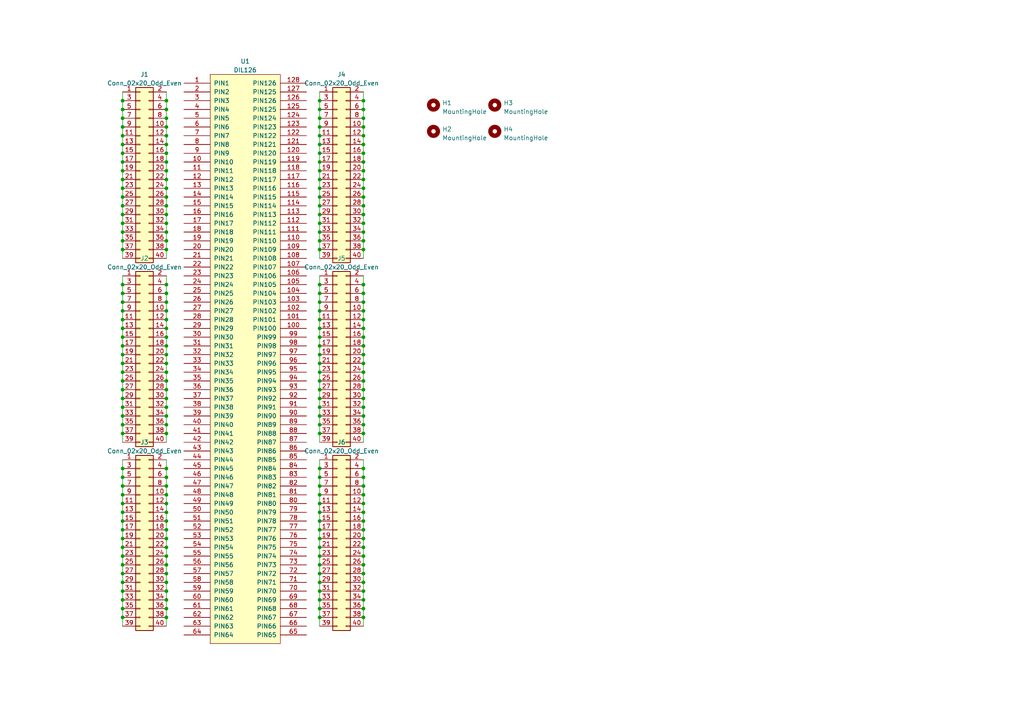
<source format=kicad_sch>
(kicad_sch (version 20230121) (generator eeschema)
  (paper "A4")
  (lib_symbols
    (symbol "Connector_Generic:Conn_02x20_Odd_Even" (pin_names (offset 1.016) hide)
      (property "Reference" "J" (at 1.27 25.4 0))
      (property "Value" "Conn_02x20_Odd_Even" (at 1.27 -27.94 0))
      (symbol "Conn_02x20_Odd_Even_1_1"
        (rectangle (start -1.27 -25.273) (end 0 -25.527) (stroke (width 0.1524)))
        (rectangle (start -1.27 -22.733) (end 0 -22.987) (stroke (width 0.1524)))
        (rectangle (start -1.27 -20.193) (end 0 -20.447) (stroke (width 0.1524)))
        (rectangle (start -1.27 -17.653) (end 0 -17.907) (stroke (width 0.1524)))
        (rectangle (start -1.27 -15.113) (end 0 -15.367) (stroke (width 0.1524)))
        (rectangle (start -1.27 -12.573) (end 0 -12.827) (stroke (width 0.1524)))
        (rectangle (start -1.27 -10.033) (end 0 -10.287) (stroke (width 0.1524)))
        (rectangle (start -1.27 -7.493) (end 0 -7.747) (stroke (width 0.1524)))
        (rectangle (start -1.27 -4.953) (end 0 -5.207) (stroke (width 0.1524)))
        (rectangle (start -1.27 -2.413) (end 0 -2.667) (stroke (width 0.1524)))
        (rectangle (start -1.27 0.127) (end 0 -0.127) (stroke (width 0.1524)))
        (rectangle (start -1.27 2.667) (end 0 2.413) (stroke (width 0.1524)))
        (rectangle (start -1.27 5.207) (end 0 4.953) (stroke (width 0.1524)))
        (rectangle (start -1.27 7.747) (end 0 7.493) (stroke (width 0.1524)))
        (rectangle (start -1.27 10.287) (end 0 10.033) (stroke (width 0.1524)))
        (rectangle (start -1.27 12.827) (end 0 12.573) (stroke (width 0.1524)))
        (rectangle (start -1.27 15.367) (end 0 15.113) (stroke (width 0.1524)))
        (rectangle (start -1.27 17.907) (end 0 17.653) (stroke (width 0.1524)))
        (rectangle (start -1.27 20.447) (end 0 20.193) (stroke (width 0.1524)))
        (rectangle (start -1.27 22.987) (end 0 22.733) (stroke (width 0.1524)))
        (rectangle (start -1.27 24.13) (end 3.81 -26.67) (stroke (width 0.254)) (fill (type background)))
        (rectangle (start 3.81 -25.273) (end 2.54 -25.527) (stroke (width 0.1524)))
        (rectangle (start 3.81 -22.733) (end 2.54 -22.987) (stroke (width 0.1524)))
        (rectangle (start 3.81 -20.193) (end 2.54 -20.447) (stroke (width 0.1524)))
        (rectangle (start 3.81 -17.653) (end 2.54 -17.907) (stroke (width 0.1524)))
        (rectangle (start 3.81 -15.113) (end 2.54 -15.367) (stroke (width 0.1524)))
        (rectangle (start 3.81 -12.573) (end 2.54 -12.827) (stroke (width 0.1524)))
        (rectangle (start 3.81 -10.033) (end 2.54 -10.287) (stroke (width 0.1524)))
        (rectangle (start 3.81 -7.493) (end 2.54 -7.747) (stroke (width 0.1524)))
        (rectangle (start 3.81 -4.953) (end 2.54 -5.207) (stroke (width 0.1524)))
        (rectangle (start 3.81 -2.413) (end 2.54 -2.667) (stroke (width 0.1524)))
        (rectangle (start 3.81 0.127) (end 2.54 -0.127) (stroke (width 0.1524)))
        (rectangle (start 3.81 2.667) (end 2.54 2.413) (stroke (width 0.1524)))
        (rectangle (start 3.81 5.207) (end 2.54 4.953) (stroke (width 0.1524)))
        (rectangle (start 3.81 7.747) (end 2.54 7.493) (stroke (width 0.1524)))
        (rectangle (start 3.81 10.287) (end 2.54 10.033) (stroke (width 0.1524)))
        (rectangle (start 3.81 12.827) (end 2.54 12.573) (stroke (width 0.1524)))
        (rectangle (start 3.81 15.367) (end 2.54 15.113) (stroke (width 0.1524)))
        (rectangle (start 3.81 17.907) (end 2.54 17.653) (stroke (width 0.1524)))
        (rectangle (start 3.81 20.447) (end 2.54 20.193) (stroke (width 0.1524)))
        (rectangle (start 3.81 22.987) (end 2.54 22.733) (stroke (width 0.1524)))
        (pin passive line (at -5.08 22.86 0) (length 3.81) (name "Pin_1") (number "1"))
        (pin passive line (at 7.62 12.7 180) (length 3.81) (name "Pin_10") (number "10"))
        (pin passive line (at -5.08 10.16 0) (length 3.81) (name "Pin_11") (number "11"))
        (pin passive line (at 7.62 10.16 180) (length 3.81) (name "Pin_12") (number "12"))
        (pin passive line (at -5.08 7.62 0) (length 3.81) (name "Pin_13") (number "13"))
        (pin passive line (at 7.62 7.62 180) (length 3.81) (name "Pin_14") (number "14"))
        (pin passive line (at -5.08 5.08 0) (length 3.81) (name "Pin_15") (number "15"))
        (pin passive line (at 7.62 5.08 180) (length 3.81) (name "Pin_16") (number "16"))
        (pin passive line (at -5.08 2.54 0) (length 3.81) (name "Pin_17") (number "17"))
        (pin passive line (at 7.62 2.54 180) (length 3.81) (name "Pin_18") (number "18"))
        (pin passive line (at -5.08 0 0) (length 3.81) (name "Pin_19") (number "19"))
        (pin passive line (at 7.62 22.86 180) (length 3.81) (name "Pin_2") (number "2"))
        (pin passive line (at 7.62 0 180) (length 3.81) (name "Pin_20") (number "20"))
        (pin passive line (at -5.08 -2.54 0) (length 3.81) (name "Pin_21") (number "21"))
        (pin passive line (at 7.62 -2.54 180) (length 3.81) (name "Pin_22") (number "22"))
        (pin passive line (at -5.08 -5.08 0) (length 3.81) (name "Pin_23") (number "23"))
        (pin passive line (at 7.62 -5.08 180) (length 3.81) (name "Pin_24") (number "24"))
        (pin passive line (at -5.08 -7.62 0) (length 3.81) (name "Pin_25") (number "25"))
        (pin passive line (at 7.62 -7.62 180) (length 3.81) (name "Pin_26") (number "26"))
        (pin passive line (at -5.08 -10.16 0) (length 3.81) (name "Pin_27") (number "27"))
        (pin passive line (at 7.62 -10.16 180) (length 3.81) (name "Pin_28") (number "28"))
        (pin passive line (at -5.08 -12.7 0) (length 3.81) (name "Pin_29") (number "29"))
        (pin passive line (at -5.08 20.32 0) (length 3.81) (name "Pin_3") (number "3"))
        (pin passive line (at 7.62 -12.7 180) (length 3.81) (name "Pin_30") (number "30"))
        (pin passive line (at -5.08 -15.24 0) (length 3.81) (name "Pin_31") (number "31"))
        (pin passive line (at 7.62 -15.24 180) (length 3.81) (name "Pin_32") (number "32"))
        (pin passive line (at -5.08 -17.78 0) (length 3.81) (name "Pin_33") (number "33"))
        (pin passive line (at 7.62 -17.78 180) (length 3.81) (name "Pin_34") (number "34"))
        (pin passive line (at -5.08 -20.32 0) (length 3.81) (name "Pin_35") (number "35"))
        (pin passive line (at 7.62 -20.32 180) (length 3.81) (name "Pin_36") (number "36"))
        (pin passive line (at -5.08 -22.86 0) (length 3.81) (name "Pin_37") (number "37"))
        (pin passive line (at 7.62 -22.86 180) (length 3.81) (name "Pin_38") (number "38"))
        (pin passive line (at -5.08 -25.4 0) (length 3.81) (name "Pin_39") (number "39"))
        (pin passive line (at 7.62 20.32 180) (length 3.81) (name "Pin_4") (number "4"))
        (pin passive line (at 7.62 -25.4 180) (length 3.81) (name "Pin_40") (number "40"))
        (pin passive line (at -5.08 17.78 0) (length 3.81) (name "Pin_5") (number "5"))
        (pin passive line (at 7.62 17.78 180) (length 3.81) (name "Pin_6") (number "6"))
        (pin passive line (at -5.08 15.24 0) (length 3.81) (name "Pin_7") (number "7"))
        (pin passive line (at 7.62 15.24 180) (length 3.81) (name "Pin_8") (number "8"))
        (pin passive line (at -5.08 12.7 0) (length 3.81) (name "Pin_9") (number "9"))
      )
    )
    (symbol "GenericICs:DIL128" (pin_names (offset 1.016))
      (property "Reference" "U" (at 0 -2.54 0))
      (property "Value" "DIL128" (at 0 2.54 0))
      (symbol "DIL128_1_0"
        (rectangle (start -10.16 81.28) (end 10.16 -83.82) (fill (type background)))
      )
      (symbol "DIL128_1_1"
        (pin unspecified line (at -17.78 78.74 0) (length 7.62) (name "PIN1") (number "1"))
        (pin unspecified line (at -17.78 55.88 0) (length 7.62) (name "PIN10") (number "10"))
        (pin unspecified line (at 17.78 7.62 180) (length 7.62) (name "PIN100") (number "100"))
        (pin unspecified line (at 17.78 10.16 180) (length 7.62) (name "PIN101") (number "101"))
        (pin unspecified line (at 17.78 12.7 180) (length 7.62) (name "PIN102") (number "102"))
        (pin unspecified line (at 17.78 15.24 180) (length 7.62) (name "PIN103") (number "103"))
        (pin unspecified line (at 17.78 17.78 180) (length 7.62) (name "PIN104") (number "104"))
        (pin unspecified line (at 17.78 20.32 180) (length 7.62) (name "PIN105") (number "105"))
        (pin unspecified line (at 17.78 22.86 180) (length 7.62) (name "PIN106") (number "106"))
        (pin unspecified line (at 17.78 25.4 180) (length 7.62) (name "PIN107") (number "107"))
        (pin unspecified line (at 17.78 27.94 180) (length 7.62) (name "PIN108") (number "108"))
        (pin unspecified line (at 17.78 30.48 180) (length 7.62) (name "PIN109") (number "109"))
        (pin unspecified line (at -17.78 53.34 0) (length 7.62) (name "PIN11") (number "11"))
        (pin unspecified line (at 17.78 33.02 180) (length 7.62) (name "PIN110") (number "110"))
        (pin unspecified line (at 17.78 35.56 180) (length 7.62) (name "PIN111") (number "111"))
        (pin unspecified line (at 17.78 38.1 180) (length 7.62) (name "PIN112") (number "112"))
        (pin unspecified line (at 17.78 40.64 180) (length 7.62) (name "PIN113") (number "113"))
        (pin unspecified line (at 17.78 43.18 180) (length 7.62) (name "PIN114") (number "114"))
        (pin unspecified line (at 17.78 45.72 180) (length 7.62) (name "PIN115") (number "115"))
        (pin unspecified line (at 17.78 48.26 180) (length 7.62) (name "PIN116") (number "116"))
        (pin unspecified line (at 17.78 50.8 180) (length 7.62) (name "PIN117") (number "117"))
        (pin unspecified line (at 17.78 53.34 180) (length 7.62) (name "PIN118") (number "118"))
        (pin unspecified line (at 17.78 55.88 180) (length 7.62) (name "PIN119") (number "119"))
        (pin unspecified line (at -17.78 50.8 0) (length 7.62) (name "PIN12") (number "12"))
        (pin unspecified line (at 17.78 58.42 180) (length 7.62) (name "PIN120") (number "120"))
        (pin unspecified line (at 17.78 60.96 180) (length 7.62) (name "PIN121") (number "121"))
        (pin unspecified line (at 17.78 63.5 180) (length 7.62) (name "PIN122") (number "122"))
        (pin unspecified line (at 17.78 66.04 180) (length 7.62) (name "PIN123") (number "123"))
        (pin unspecified line (at 17.78 68.58 180) (length 7.62) (name "PIN124") (number "124"))
        (pin unspecified line (at 17.78 71.12 180) (length 7.62) (name "PIN125") (number "125"))
        (pin unspecified line (at 17.78 73.66 180) (length 7.62) (name "PIN126") (number "126"))
        (pin unspecified line (at 17.78 76.2 180) (length 7.62) (name "PIN125") (number "127"))
        (pin unspecified line (at 17.78 78.74 180) (length 7.62) (name "PIN126") (number "128"))
        (pin unspecified line (at -17.78 48.26 0) (length 7.62) (name "PIN13") (number "13"))
        (pin unspecified line (at -17.78 45.72 0) (length 7.62) (name "PIN14") (number "14"))
        (pin unspecified line (at -17.78 43.18 0) (length 7.62) (name "PIN15") (number "15"))
        (pin unspecified line (at -17.78 40.64 0) (length 7.62) (name "PIN16") (number "16"))
        (pin unspecified line (at -17.78 38.1 0) (length 7.62) (name "PIN17") (number "17"))
        (pin unspecified line (at -17.78 35.56 0) (length 7.62) (name "PIN18") (number "18"))
        (pin unspecified line (at -17.78 33.02 0) (length 7.62) (name "PIN19") (number "19"))
        (pin unspecified line (at -17.78 76.2 0) (length 7.62) (name "PIN2") (number "2"))
        (pin unspecified line (at -17.78 30.48 0) (length 7.62) (name "PIN20") (number "20"))
        (pin unspecified line (at -17.78 27.94 0) (length 7.62) (name "PIN21") (number "21"))
        (pin unspecified line (at -17.78 25.4 0) (length 7.62) (name "PIN22") (number "22"))
        (pin unspecified line (at -17.78 22.86 0) (length 7.62) (name "PIN23") (number "23"))
        (pin unspecified line (at -17.78 20.32 0) (length 7.62) (name "PIN24") (number "24"))
        (pin unspecified line (at -17.78 17.78 0) (length 7.62) (name "PIN25") (number "25"))
        (pin unspecified line (at -17.78 15.24 0) (length 7.62) (name "PIN26") (number "26"))
        (pin unspecified line (at -17.78 12.7 0) (length 7.62) (name "PIN27") (number "27"))
        (pin unspecified line (at -17.78 10.16 0) (length 7.62) (name "PIN28") (number "28"))
        (pin unspecified line (at -17.78 7.62 0) (length 7.62) (name "PIN29") (number "29"))
        (pin unspecified line (at -17.78 73.66 0) (length 7.62) (name "PIN3") (number "3"))
        (pin unspecified line (at -17.78 5.08 0) (length 7.62) (name "PIN30") (number "30"))
        (pin unspecified line (at -17.78 2.54 0) (length 7.62) (name "PIN31") (number "31"))
        (pin unspecified line (at -17.78 0 0) (length 7.62) (name "PIN32") (number "32"))
        (pin unspecified line (at -17.78 -2.54 0) (length 7.62) (name "PIN33") (number "33"))
        (pin unspecified line (at -17.78 -5.08 0) (length 7.62) (name "PIN34") (number "34"))
        (pin unspecified line (at -17.78 -7.62 0) (length 7.62) (name "PIN35") (number "35"))
        (pin unspecified line (at -17.78 -10.16 0) (length 7.62) (name "PIN36") (number "36"))
        (pin unspecified line (at -17.78 -12.7 0) (length 7.62) (name "PIN37") (number "37"))
        (pin unspecified line (at -17.78 -15.24 0) (length 7.62) (name "PIN38") (number "38"))
        (pin unspecified line (at -17.78 -17.78 0) (length 7.62) (name "PIN39") (number "39"))
        (pin unspecified line (at -17.78 71.12 0) (length 7.62) (name "PIN4") (number "4"))
        (pin unspecified line (at -17.78 -20.32 0) (length 7.62) (name "PIN40") (number "40"))
        (pin unspecified line (at -17.78 -22.86 0) (length 7.62) (name "PIN41") (number "41"))
        (pin unspecified line (at -17.78 -25.4 0) (length 7.62) (name "PIN42") (number "42"))
        (pin unspecified line (at -17.78 -27.94 0) (length 7.62) (name "PIN43") (number "43"))
        (pin unspecified line (at -17.78 -30.48 0) (length 7.62) (name "PIN44") (number "44"))
        (pin unspecified line (at -17.78 -33.02 0) (length 7.62) (name "PIN45") (number "45"))
        (pin unspecified line (at -17.78 -35.56 0) (length 7.62) (name "PIN46") (number "46"))
        (pin unspecified line (at -17.78 -38.1 0) (length 7.62) (name "PIN47") (number "47"))
        (pin unspecified line (at -17.78 -40.64 0) (length 7.62) (name "PIN48") (number "48"))
        (pin unspecified line (at -17.78 -43.18 0) (length 7.62) (name "PIN49") (number "49"))
        (pin unspecified line (at -17.78 68.58 0) (length 7.62) (name "PIN5") (number "5"))
        (pin unspecified line (at -17.78 -45.72 0) (length 7.62) (name "PIN50") (number "50"))
        (pin unspecified line (at -17.78 -48.26 0) (length 7.62) (name "PIN51") (number "51"))
        (pin unspecified line (at -17.78 -50.8 0) (length 7.62) (name "PIN52") (number "52"))
        (pin unspecified line (at -17.78 -53.34 0) (length 7.62) (name "PIN53") (number "53"))
        (pin unspecified line (at -17.78 -55.88 0) (length 7.62) (name "PIN54") (number "54"))
        (pin unspecified line (at -17.78 -58.42 0) (length 7.62) (name "PIN55") (number "55"))
        (pin unspecified line (at -17.78 -60.96 0) (length 7.62) (name "PIN56") (number "56"))
        (pin unspecified line (at -17.78 -63.5 0) (length 7.62) (name "PIN57") (number "57"))
        (pin unspecified line (at -17.78 -66.04 0) (length 7.62) (name "PIN58") (number "58"))
        (pin unspecified line (at -17.78 -68.58 0) (length 7.62) (name "PIN59") (number "59"))
        (pin unspecified line (at -17.78 66.04 0) (length 7.62) (name "PIN6") (number "6"))
        (pin unspecified line (at -17.78 -71.12 0) (length 7.62) (name "PIN60") (number "60"))
        (pin unspecified line (at -17.78 -73.66 0) (length 7.62) (name "PIN61") (number "61"))
        (pin unspecified line (at -17.78 -76.2 0) (length 7.62) (name "PIN62") (number "62"))
        (pin unspecified line (at -17.78 -78.74 0) (length 7.62) (name "PIN63") (number "63"))
        (pin unspecified line (at -17.78 -81.28 0) (length 7.62) (name "PIN64") (number "64"))
        (pin unspecified line (at 17.78 -81.28 180) (length 7.62) (name "PIN65") (number "65"))
        (pin unspecified line (at 17.78 -78.74 180) (length 7.62) (name "PIN66") (number "66"))
        (pin unspecified line (at 17.78 -76.2 180) (length 7.62) (name "PIN67") (number "67"))
        (pin unspecified line (at 17.78 -73.66 180) (length 7.62) (name "PIN68") (number "68"))
        (pin unspecified line (at 17.78 -71.12 180) (length 7.62) (name "PIN69") (number "69"))
        (pin unspecified line (at -17.78 63.5 0) (length 7.62) (name "PIN7") (number "7"))
        (pin unspecified line (at 17.78 -68.58 180) (length 7.62) (name "PIN70") (number "70"))
        (pin unspecified line (at 17.78 -66.04 180) (length 7.62) (name "PIN71") (number "71"))
        (pin unspecified line (at 17.78 -63.5 180) (length 7.62) (name "PIN72") (number "72"))
        (pin unspecified line (at 17.78 -60.96 180) (length 7.62) (name "PIN73") (number "73"))
        (pin unspecified line (at 17.78 -58.42 180) (length 7.62) (name "PIN74") (number "74"))
        (pin unspecified line (at 17.78 -55.88 180) (length 7.62) (name "PIN75") (number "75"))
        (pin unspecified line (at 17.78 -53.34 180) (length 7.62) (name "PIN76") (number "76"))
        (pin unspecified line (at 17.78 -50.8 180) (length 7.62) (name "PIN77") (number "77"))
        (pin unspecified line (at 17.78 -48.26 180) (length 7.62) (name "PIN78") (number "78"))
        (pin unspecified line (at 17.78 -45.72 180) (length 7.62) (name "PIN79") (number "79"))
        (pin unspecified line (at -17.78 60.96 0) (length 7.62) (name "PIN8") (number "8"))
        (pin unspecified line (at 17.78 -43.18 180) (length 7.62) (name "PIN80") (number "80"))
        (pin unspecified line (at 17.78 -40.64 180) (length 7.62) (name "PIN81") (number "81"))
        (pin unspecified line (at 17.78 -38.1 180) (length 7.62) (name "PIN82") (number "82"))
        (pin unspecified line (at 17.78 -35.56 180) (length 7.62) (name "PIN83") (number "83"))
        (pin unspecified line (at 17.78 -33.02 180) (length 7.62) (name "PIN84") (number "84"))
        (pin unspecified line (at 17.78 -30.48 180) (length 7.62) (name "PIN85") (number "85"))
        (pin unspecified line (at 17.78 -27.94 180) (length 7.62) (name "PIN86") (number "86"))
        (pin unspecified line (at 17.78 -25.4 180) (length 7.62) (name "PIN87") (number "87"))
        (pin unspecified line (at 17.78 -22.86 180) (length 7.62) (name "PIN88") (number "88"))
        (pin unspecified line (at 17.78 -20.32 180) (length 7.62) (name "PIN89") (number "89"))
        (pin unspecified line (at -17.78 58.42 0) (length 7.62) (name "PIN9") (number "9"))
        (pin unspecified line (at 17.78 -17.78 180) (length 7.62) (name "PIN90") (number "90"))
        (pin unspecified line (at 17.78 -15.24 180) (length 7.62) (name "PIN91") (number "91"))
        (pin unspecified line (at 17.78 -12.7 180) (length 7.62) (name "PIN92") (number "92"))
        (pin unspecified line (at 17.78 -10.16 180) (length 7.62) (name "PIN93") (number "93"))
        (pin unspecified line (at 17.78 -7.62 180) (length 7.62) (name "PIN94") (number "94"))
        (pin unspecified line (at 17.78 -5.08 180) (length 7.62) (name "PIN95") (number "95"))
        (pin unspecified line (at 17.78 -2.54 180) (length 7.62) (name "PIN96") (number "96"))
        (pin unspecified line (at 17.78 0 180) (length 7.62) (name "PIN97") (number "97"))
        (pin unspecified line (at 17.78 2.54 180) (length 7.62) (name "PIN98") (number "98"))
        (pin unspecified line (at 17.78 5.08 180) (length 7.62) (name "PIN99") (number "99"))
      )
    )
    (symbol "Mechanical:MountingHole" (pin_names (offset 1.016))
      (property "Reference" "H" (at 0 5.08 0))
      (property "Value" "MountingHole" (at 0 3.175 0))
      (symbol "MountingHole_0_1"
        (circle (center 0 0) (radius 1.27) (stroke (width 1.27)))
      )
    )
  )
  (junction (at 105.41 153.67))
  (junction (at 92.71 31.75))
  (junction (at 48.26 143.51))
  (junction (at 48.26 52.07))
  (junction (at 105.41 161.29))
  (junction (at 35.56 39.37))
  (junction (at 48.26 97.79))
  (junction (at 48.26 156.21))
  (junction (at 92.71 107.95))
  (junction (at 35.56 82.55))
  (junction (at 48.26 31.75))
  (junction (at 105.41 69.85))
  (junction (at 105.41 82.55))
  (junction (at 105.41 135.89))
  (junction (at 105.41 123.19))
  (junction (at 35.56 163.83))
  (junction (at 105.41 62.23))
  (junction (at 92.71 100.33))
  (junction (at 35.56 176.53))
  (junction (at 35.56 113.03))
  (junction (at 35.56 179.07))
  (junction (at 105.41 151.13))
  (junction (at 48.26 102.87))
  (junction (at 92.71 62.23))
  (junction (at 48.26 118.11))
  (junction (at 35.56 31.75))
  (junction (at 105.41 34.29))
  (junction (at 105.41 72.39))
  (junction (at 92.71 115.57))
  (junction (at 92.71 41.91))
  (junction (at 35.56 95.25))
  (junction (at 48.26 151.13))
  (junction (at 92.71 46.99))
  (junction (at 48.26 171.45))
  (junction (at 92.71 105.41))
  (junction (at 48.26 64.77))
  (junction (at 92.71 54.61))
  (junction (at 92.71 72.39))
  (junction (at 35.56 168.91))
  (junction (at 48.26 57.15))
  (junction (at 105.41 29.21))
  (junction (at 48.26 59.69))
  (junction (at 35.56 57.15))
  (junction (at 92.71 39.37))
  (junction (at 35.56 140.97))
  (junction (at 35.56 90.17))
  (junction (at 48.26 153.67))
  (junction (at 35.56 151.13))
  (junction (at 48.26 44.45))
  (junction (at 35.56 107.95))
  (junction (at 92.71 34.29))
  (junction (at 48.26 95.25))
  (junction (at 105.41 166.37))
  (junction (at 92.71 173.99))
  (junction (at 35.56 34.29))
  (junction (at 48.26 62.23))
  (junction (at 35.56 110.49))
  (junction (at 105.41 57.15))
  (junction (at 105.41 156.21))
  (junction (at 35.56 143.51))
  (junction (at 105.41 140.97))
  (junction (at 35.56 161.29))
  (junction (at 35.56 62.23))
  (junction (at 105.41 67.31))
  (junction (at 48.26 120.65))
  (junction (at 35.56 153.67))
  (junction (at 105.41 31.75))
  (junction (at 48.26 110.49))
  (junction (at 105.41 41.91))
  (junction (at 92.71 161.29))
  (junction (at 105.41 36.83))
  (junction (at 35.56 166.37))
  (junction (at 105.41 95.25))
  (junction (at 92.71 153.67))
  (junction (at 92.71 148.59))
  (junction (at 105.41 168.91))
  (junction (at 48.26 148.59))
  (junction (at 48.26 107.95))
  (junction (at 105.41 146.05))
  (junction (at 48.26 69.85))
  (junction (at 48.26 54.61))
  (junction (at 35.56 135.89))
  (junction (at 48.26 115.57))
  (junction (at 35.56 125.73))
  (junction (at 105.41 102.87))
  (junction (at 105.41 138.43))
  (junction (at 48.26 161.29))
  (junction (at 92.71 95.25))
  (junction (at 105.41 64.77))
  (junction (at 105.41 52.07))
  (junction (at 92.71 44.45))
  (junction (at 92.71 67.31))
  (junction (at 35.56 148.59))
  (junction (at 35.56 146.05))
  (junction (at 105.41 148.59))
  (junction (at 35.56 158.75))
  (junction (at 48.26 113.03))
  (junction (at 48.26 163.83))
  (junction (at 48.26 72.39))
  (junction (at 48.26 138.43))
  (junction (at 35.56 156.21))
  (junction (at 92.71 87.63))
  (junction (at 92.71 97.79))
  (junction (at 35.56 69.85))
  (junction (at 92.71 156.21))
  (junction (at 48.26 140.97))
  (junction (at 105.41 143.51))
  (junction (at 105.41 113.03))
  (junction (at 105.41 115.57))
  (junction (at 105.41 158.75))
  (junction (at 92.71 143.51))
  (junction (at 35.56 52.07))
  (junction (at 92.71 171.45))
  (junction (at 48.26 29.21))
  (junction (at 92.71 29.21))
  (junction (at 48.26 46.99))
  (junction (at 35.56 102.87))
  (junction (at 105.41 97.79))
  (junction (at 35.56 97.79))
  (junction (at 48.26 36.83))
  (junction (at 48.26 67.31))
  (junction (at 92.71 179.07))
  (junction (at 35.56 118.11))
  (junction (at 48.26 125.73))
  (junction (at 35.56 64.77))
  (junction (at 92.71 85.09))
  (junction (at 48.26 90.17))
  (junction (at 35.56 49.53))
  (junction (at 48.26 179.07))
  (junction (at 92.71 120.65))
  (junction (at 92.71 92.71))
  (junction (at 92.71 118.11))
  (junction (at 35.56 29.21))
  (junction (at 105.41 173.99))
  (junction (at 35.56 72.39))
  (junction (at 48.26 158.75))
  (junction (at 105.41 120.65))
  (junction (at 48.26 34.29))
  (junction (at 92.71 57.15))
  (junction (at 105.41 179.07))
  (junction (at 92.71 90.17))
  (junction (at 48.26 82.55))
  (junction (at 105.41 87.63))
  (junction (at 35.56 123.19))
  (junction (at 35.56 54.61))
  (junction (at 105.41 176.53))
  (junction (at 35.56 59.69))
  (junction (at 92.71 64.77))
  (junction (at 105.41 118.11))
  (junction (at 92.71 135.89))
  (junction (at 35.56 120.65))
  (junction (at 105.41 46.99))
  (junction (at 92.71 36.83))
  (junction (at 92.71 140.97))
  (junction (at 48.26 41.91))
  (junction (at 92.71 163.83))
  (junction (at 105.41 110.49))
  (junction (at 92.71 69.85))
  (junction (at 92.71 146.05))
  (junction (at 48.26 105.41))
  (junction (at 105.41 85.09))
  (junction (at 48.26 168.91))
  (junction (at 105.41 125.73))
  (junction (at 48.26 123.19))
  (junction (at 92.71 52.07))
  (junction (at 105.41 49.53))
  (junction (at 48.26 100.33))
  (junction (at 35.56 36.83))
  (junction (at 35.56 138.43))
  (junction (at 105.41 105.41))
  (junction (at 48.26 87.63))
  (junction (at 48.26 85.09))
  (junction (at 105.41 100.33))
  (junction (at 35.56 87.63))
  (junction (at 48.26 176.53))
  (junction (at 92.71 168.91))
  (junction (at 48.26 146.05))
  (junction (at 35.56 115.57))
  (junction (at 105.41 171.45))
  (junction (at 92.71 123.19))
  (junction (at 35.56 173.99))
  (junction (at 105.41 107.95))
  (junction (at 35.56 46.99))
  (junction (at 105.41 44.45))
  (junction (at 92.71 113.03))
  (junction (at 35.56 44.45))
  (junction (at 92.71 59.69))
  (junction (at 48.26 166.37))
  (junction (at 105.41 54.61))
  (junction (at 92.71 176.53))
  (junction (at 48.26 39.37))
  (junction (at 92.71 151.13))
  (junction (at 35.56 92.71))
  (junction (at 105.41 163.83))
  (junction (at 48.26 49.53))
  (junction (at 35.56 67.31))
  (junction (at 35.56 41.91))
  (junction (at 105.41 92.71))
  (junction (at 105.41 59.69))
  (junction (at 92.71 102.87))
  (junction (at 48.26 135.89))
  (junction (at 35.56 105.41))
  (junction (at 92.71 158.75))
  (junction (at 48.26 92.71))
  (junction (at 48.26 173.99))
  (junction (at 92.71 138.43))
  (junction (at 92.71 125.73))
  (junction (at 92.71 166.37))
  (junction (at 92.71 110.49))
  (junction (at 105.41 90.17))
  (junction (at 105.41 39.37))
  (junction (at 92.71 82.55))
  (junction (at 35.56 100.33))
  (junction (at 35.56 85.09))
  (junction (at 35.56 171.45))
  (junction (at 92.71 49.53))
  (wire (pts (xy 35.56 166.37) (xy 35.56 168.91)))
  (wire (pts (xy 105.41 151.13) (xy 105.41 153.67)))
  (wire (pts (xy 48.26 156.21) (xy 48.26 158.75)))
  (wire (pts (xy 35.56 158.75) (xy 35.56 161.29)))
  (wire (pts (xy 105.41 163.83) (xy 105.41 166.37)))
  (wire (pts (xy 105.41 133.35) (xy 105.41 135.89)))
  (wire (pts (xy 35.56 113.03) (xy 35.56 115.57)))
  (wire (pts (xy 48.26 80.01) (xy 48.26 82.55)))
  (wire (pts (xy 105.41 179.07) (xy 105.41 181.61)))
  (wire (pts (xy 105.41 39.37) (xy 105.41 41.91)))
  (wire (pts (xy 35.56 120.65) (xy 35.56 123.19)))
  (wire (pts (xy 35.56 118.11) (xy 35.56 120.65)))
  (wire (pts (xy 92.71 135.89) (xy 92.71 138.43)))
  (wire (pts (xy 105.41 156.21) (xy 105.41 158.75)))
  (wire (pts (xy 48.26 41.91) (xy 48.26 44.45)))
  (wire (pts (xy 92.71 54.61) (xy 92.71 57.15)))
  (wire (pts (xy 35.56 29.21) (xy 35.56 31.75)))
  (wire (pts (xy 48.26 34.29) (xy 48.26 36.83)))
  (wire (pts (xy 105.41 143.51) (xy 105.41 146.05)))
  (wire (pts (xy 105.41 168.91) (xy 105.41 171.45)))
  (wire (pts (xy 92.71 95.25) (xy 92.71 97.79)))
  (wire (pts (xy 105.41 46.99) (xy 105.41 49.53)))
  (wire (pts (xy 35.56 156.21) (xy 35.56 158.75)))
  (wire (pts (xy 48.26 59.69) (xy 48.26 62.23)))
  (wire (pts (xy 35.56 138.43) (xy 35.56 140.97)))
  (wire (pts (xy 48.26 158.75) (xy 48.26 161.29)))
  (wire (pts (xy 92.71 156.21) (xy 92.71 158.75)))
  (wire (pts (xy 35.56 163.83) (xy 35.56 166.37)))
  (wire (pts (xy 35.56 67.31) (xy 35.56 69.85)))
  (wire (pts (xy 92.71 176.53) (xy 92.71 179.07)))
  (wire (pts (xy 105.41 69.85) (xy 105.41 72.39)))
  (wire (pts (xy 35.56 100.33) (xy 35.56 102.87)))
  (wire (pts (xy 48.26 125.73) (xy 48.26 128.27)))
  (wire (pts (xy 92.71 153.67) (xy 92.71 156.21)))
  (wire (pts (xy 92.71 179.07) (xy 92.71 181.61)))
  (wire (pts (xy 105.41 80.01) (xy 105.41 82.55)))
  (wire (pts (xy 48.26 46.99) (xy 48.26 49.53)))
  (wire (pts (xy 92.71 143.51) (xy 92.71 146.05)))
  (wire (pts (xy 105.41 146.05) (xy 105.41 148.59)))
  (wire (pts (xy 35.56 102.87) (xy 35.56 105.41)))
  (wire (pts (xy 48.26 36.83) (xy 48.26 39.37)))
  (wire (pts (xy 92.71 115.57) (xy 92.71 118.11)))
  (wire (pts (xy 105.41 64.77) (xy 105.41 67.31)))
  (wire (pts (xy 35.56 82.55) (xy 35.56 85.09)))
  (wire (pts (xy 92.71 123.19) (xy 92.71 125.73)))
  (wire (pts (xy 92.71 62.23) (xy 92.71 64.77)))
  (wire (pts (xy 35.56 41.91) (xy 35.56 44.45)))
  (wire (pts (xy 105.41 57.15) (xy 105.41 59.69)))
  (wire (pts (xy 48.26 163.83) (xy 48.26 166.37)))
  (wire (pts (xy 92.71 100.33) (xy 92.71 102.87)))
  (wire (pts (xy 35.56 90.17) (xy 35.56 92.71)))
  (wire (pts (xy 35.56 143.51) (xy 35.56 146.05)))
  (wire (pts (xy 92.71 171.45) (xy 92.71 173.99)))
  (wire (pts (xy 48.26 173.99) (xy 48.26 176.53)))
  (wire (pts (xy 105.41 62.23) (xy 105.41 64.77)))
  (wire (pts (xy 105.41 59.69) (xy 105.41 62.23)))
  (wire (pts (xy 35.56 148.59) (xy 35.56 151.13)))
  (wire (pts (xy 105.41 166.37) (xy 105.41 168.91)))
  (wire (pts (xy 48.26 90.17) (xy 48.26 92.71)))
  (wire (pts (xy 48.26 64.77) (xy 48.26 67.31)))
  (wire (pts (xy 105.41 67.31) (xy 105.41 69.85)))
  (wire (pts (xy 105.41 41.91) (xy 105.41 44.45)))
  (wire (pts (xy 35.56 171.45) (xy 35.56 173.99)))
  (wire (pts (xy 92.71 31.75) (xy 92.71 34.29)))
  (wire (pts (xy 105.41 92.71) (xy 105.41 95.25)))
  (wire (pts (xy 105.41 85.09) (xy 105.41 87.63)))
  (wire (pts (xy 48.26 62.23) (xy 48.26 64.77)))
  (wire (pts (xy 92.71 67.31) (xy 92.71 69.85)))
  (wire (pts (xy 35.56 44.45) (xy 35.56 46.99)))
  (wire (pts (xy 48.26 166.37) (xy 48.26 168.91)))
  (wire (pts (xy 48.26 115.57) (xy 48.26 118.11)))
  (wire (pts (xy 48.26 105.41) (xy 48.26 107.95)))
  (wire (pts (xy 48.26 135.89) (xy 48.26 138.43)))
  (wire (pts (xy 105.41 100.33) (xy 105.41 102.87)))
  (wire (pts (xy 105.41 138.43) (xy 105.41 140.97)))
  (wire (pts (xy 48.26 123.19) (xy 48.26 125.73)))
  (wire (pts (xy 48.26 168.91) (xy 48.26 171.45)))
  (wire (pts (xy 105.41 161.29) (xy 105.41 163.83)))
  (wire (pts (xy 48.26 113.03) (xy 48.26 115.57)))
  (wire (pts (xy 92.71 39.37) (xy 92.71 41.91)))
  (wire (pts (xy 105.41 120.65) (xy 105.41 123.19)))
  (wire (pts (xy 92.71 125.73) (xy 92.71 128.27)))
  (wire (pts (xy 105.41 90.17) (xy 105.41 92.71)))
  (wire (pts (xy 92.71 161.29) (xy 92.71 163.83)))
  (wire (pts (xy 48.26 87.63) (xy 48.26 90.17)))
  (wire (pts (xy 92.71 140.97) (xy 92.71 143.51)))
  (wire (pts (xy 105.41 54.61) (xy 105.41 57.15)))
  (wire (pts (xy 48.26 146.05) (xy 48.26 148.59)))
  (wire (pts (xy 48.26 120.65) (xy 48.26 123.19)))
  (wire (pts (xy 105.41 173.99) (xy 105.41 176.53)))
  (wire (pts (xy 48.26 82.55) (xy 48.26 85.09)))
  (wire (pts (xy 92.71 80.01) (xy 92.71 82.55)))
  (wire (pts (xy 35.56 125.73) (xy 35.56 128.27)))
  (wire (pts (xy 48.26 133.35) (xy 48.26 135.89)))
  (wire (pts (xy 92.71 105.41) (xy 92.71 107.95)))
  (wire (pts (xy 105.41 123.19) (xy 105.41 125.73)))
  (wire (pts (xy 35.56 173.99) (xy 35.56 176.53)))
  (wire (pts (xy 92.71 166.37) (xy 92.71 168.91)))
  (wire (pts (xy 48.26 176.53) (xy 48.26 179.07)))
  (wire (pts (xy 48.26 151.13) (xy 48.26 153.67)))
  (wire (pts (xy 48.26 161.29) (xy 48.26 163.83)))
  (wire (pts (xy 105.41 105.41) (xy 105.41 107.95)))
  (wire (pts (xy 105.41 140.97) (xy 105.41 143.51)))
  (wire (pts (xy 35.56 36.83) (xy 35.56 39.37)))
  (wire (pts (xy 92.71 163.83) (xy 92.71 166.37)))
  (wire (pts (xy 92.71 26.67) (xy 92.71 29.21)))
  (wire (pts (xy 35.56 110.49) (xy 35.56 113.03)))
  (wire (pts (xy 48.26 29.21) (xy 48.26 31.75)))
  (wire (pts (xy 92.71 59.69) (xy 92.71 62.23)))
  (wire (pts (xy 92.71 57.15) (xy 92.71 59.69)))
  (wire (pts (xy 92.71 69.85) (xy 92.71 72.39)))
  (wire (pts (xy 35.56 57.15) (xy 35.56 59.69)))
  (wire (pts (xy 48.26 95.25) (xy 48.26 97.79)))
  (wire (pts (xy 92.71 107.95) (xy 92.71 110.49)))
  (wire (pts (xy 35.56 26.67) (xy 35.56 29.21)))
  (wire (pts (xy 35.56 168.91) (xy 35.56 171.45)))
  (wire (pts (xy 48.26 138.43) (xy 48.26 140.97)))
  (wire (pts (xy 105.41 118.11) (xy 105.41 120.65)))
  (wire (pts (xy 48.26 26.67) (xy 48.26 29.21)))
  (wire (pts (xy 35.56 161.29) (xy 35.56 163.83)))
  (wire (pts (xy 92.71 102.87) (xy 92.71 105.41)))
  (wire (pts (xy 105.41 49.53) (xy 105.41 52.07)))
  (wire (pts (xy 35.56 105.41) (xy 35.56 107.95)))
  (wire (pts (xy 35.56 62.23) (xy 35.56 64.77)))
  (wire (pts (xy 48.26 107.95) (xy 48.26 110.49)))
  (wire (pts (xy 105.41 26.67) (xy 105.41 29.21)))
  (wire (pts (xy 35.56 176.53) (xy 35.56 179.07)))
  (wire (pts (xy 35.56 64.77) (xy 35.56 67.31)))
  (wire (pts (xy 48.26 110.49) (xy 48.26 113.03)))
  (wire (pts (xy 35.56 80.01) (xy 35.56 82.55)))
  (wire (pts (xy 105.41 135.89) (xy 105.41 138.43)))
  (wire (pts (xy 105.41 110.49) (xy 105.41 113.03)))
  (wire (pts (xy 35.56 146.05) (xy 35.56 148.59)))
  (wire (pts (xy 35.56 46.99) (xy 35.56 49.53)))
  (wire (pts (xy 92.71 44.45) (xy 92.71 46.99)))
  (wire (pts (xy 92.71 85.09) (xy 92.71 87.63)))
  (wire (pts (xy 92.71 36.83) (xy 92.71 39.37)))
  (wire (pts (xy 105.41 31.75) (xy 105.41 34.29)))
  (wire (pts (xy 92.71 113.03) (xy 92.71 115.57)))
  (wire (pts (xy 105.41 44.45) (xy 105.41 46.99)))
  (wire (pts (xy 105.41 115.57) (xy 105.41 118.11)))
  (wire (pts (xy 48.26 67.31) (xy 48.26 69.85)))
  (wire (pts (xy 92.71 148.59) (xy 92.71 151.13)))
  (wire (pts (xy 35.56 87.63) (xy 35.56 90.17)))
  (wire (pts (xy 105.41 95.25) (xy 105.41 97.79)))
  (wire (pts (xy 92.71 120.65) (xy 92.71 123.19)))
  (wire (pts (xy 48.26 39.37) (xy 48.26 41.91)))
  (wire (pts (xy 105.41 125.73) (xy 105.41 128.27)))
  (wire (pts (xy 105.41 87.63) (xy 105.41 90.17)))
  (wire (pts (xy 105.41 102.87) (xy 105.41 105.41)))
  (wire (pts (xy 48.26 72.39) (xy 48.26 74.93)))
  (wire (pts (xy 48.26 31.75) (xy 48.26 34.29)))
  (wire (pts (xy 35.56 151.13) (xy 35.56 153.67)))
  (wire (pts (xy 35.56 52.07) (xy 35.56 54.61)))
  (wire (pts (xy 105.41 52.07) (xy 105.41 54.61)))
  (wire (pts (xy 92.71 118.11) (xy 92.71 120.65)))
  (wire (pts (xy 92.71 82.55) (xy 92.71 85.09)))
  (wire (pts (xy 48.26 102.87) (xy 48.26 105.41)))
  (wire (pts (xy 35.56 59.69) (xy 35.56 62.23)))
  (wire (pts (xy 92.71 87.63) (xy 92.71 90.17)))
  (wire (pts (xy 48.26 148.59) (xy 48.26 151.13)))
  (wire (pts (xy 105.41 34.29) (xy 105.41 36.83)))
  (wire (pts (xy 105.41 72.39) (xy 105.41 74.93)))
  (wire (pts (xy 35.56 107.95) (xy 35.56 110.49)))
  (wire (pts (xy 48.26 44.45) (xy 48.26 46.99)))
  (wire (pts (xy 35.56 133.35) (xy 35.56 135.89)))
  (wire (pts (xy 48.26 97.79) (xy 48.26 100.33)))
  (wire (pts (xy 35.56 85.09) (xy 35.56 87.63)))
  (wire (pts (xy 105.41 36.83) (xy 105.41 39.37)))
  (wire (pts (xy 48.26 69.85) (xy 48.26 72.39)))
  (wire (pts (xy 48.26 140.97) (xy 48.26 143.51)))
  (wire (pts (xy 48.26 118.11) (xy 48.26 120.65)))
  (wire (pts (xy 105.41 148.59) (xy 105.41 151.13)))
  (wire (pts (xy 105.41 29.21) (xy 105.41 31.75)))
  (wire (pts (xy 92.71 46.99) (xy 92.71 49.53)))
  (wire (pts (xy 48.26 143.51) (xy 48.26 146.05)))
  (wire (pts (xy 35.56 179.07) (xy 35.56 181.61)))
  (wire (pts (xy 35.56 123.19) (xy 35.56 125.73)))
  (wire (pts (xy 35.56 39.37) (xy 35.56 41.91)))
  (wire (pts (xy 48.26 85.09) (xy 48.26 87.63)))
  (wire (pts (xy 105.41 107.95) (xy 105.41 110.49)))
  (wire (pts (xy 48.26 171.45) (xy 48.26 173.99)))
  (wire (pts (xy 92.71 168.91) (xy 92.71 171.45)))
  (wire (pts (xy 35.56 31.75) (xy 35.56 34.29)))
  (wire (pts (xy 105.41 97.79) (xy 105.41 100.33)))
  (wire (pts (xy 92.71 72.39) (xy 92.71 74.93)))
  (wire (pts (xy 48.26 57.15) (xy 48.26 59.69)))
  (wire (pts (xy 92.71 92.71) (xy 92.71 95.25)))
  (wire (pts (xy 92.71 173.99) (xy 92.71 176.53)))
  (wire (pts (xy 35.56 49.53) (xy 35.56 52.07)))
  (wire (pts (xy 92.71 34.29) (xy 92.71 36.83)))
  (wire (pts (xy 35.56 115.57) (xy 35.56 118.11)))
  (wire (pts (xy 35.56 34.29) (xy 35.56 36.83)))
  (wire (pts (xy 92.71 49.53) (xy 92.71 52.07)))
  (wire (pts (xy 92.71 90.17) (xy 92.71 92.71)))
  (wire (pts (xy 92.71 146.05) (xy 92.71 148.59)))
  (wire (pts (xy 35.56 153.67) (xy 35.56 156.21)))
  (wire (pts (xy 35.56 97.79) (xy 35.56 100.33)))
  (wire (pts (xy 105.41 171.45) (xy 105.41 173.99)))
  (wire (pts (xy 105.41 176.53) (xy 105.41 179.07)))
  (wire (pts (xy 92.71 52.07) (xy 92.71 54.61)))
  (wire (pts (xy 35.56 54.61) (xy 35.56 57.15)))
  (wire (pts (xy 92.71 151.13) (xy 92.71 153.67)))
  (wire (pts (xy 92.71 133.35) (xy 92.71 135.89)))
  (wire (pts (xy 105.41 153.67) (xy 105.41 156.21)))
  (wire (pts (xy 35.56 95.25) (xy 35.56 97.79)))
  (wire (pts (xy 35.56 69.85) (xy 35.56 72.39)))
  (wire (pts (xy 48.26 153.67) (xy 48.26 156.21)))
  (wire (pts (xy 48.26 179.07) (xy 48.26 181.61)))
  (wire (pts (xy 105.41 158.75) (xy 105.41 161.29)))
  (wire (pts (xy 105.41 113.03) (xy 105.41 115.57)))
  (wire (pts (xy 35.56 135.89) (xy 35.56 138.43)))
  (wire (pts (xy 48.26 92.71) (xy 48.26 95.25)))
  (wire (pts (xy 48.26 49.53) (xy 48.26 52.07)))
  (wire (pts (xy 92.71 97.79) (xy 92.71 100.33)))
  (wire (pts (xy 92.71 41.91) (xy 92.71 44.45)))
  (wire (pts (xy 48.26 52.07) (xy 48.26 54.61)))
  (wire (pts (xy 92.71 64.77) (xy 92.71 67.31)))
  (wire (pts (xy 105.41 82.55) (xy 105.41 85.09)))
  (wire (pts (xy 35.56 72.39) (xy 35.56 74.93)))
  (wire (pts (xy 92.71 158.75) (xy 92.71 161.29)))
  (wire (pts (xy 35.56 140.97) (xy 35.56 143.51)))
  (wire (pts (xy 35.56 92.71) (xy 35.56 95.25)))
  (wire (pts (xy 48.26 100.33) (xy 48.26 102.87)))
  (wire (pts (xy 92.71 138.43) (xy 92.71 140.97)))
  (wire (pts (xy 48.26 54.61) (xy 48.26 57.15)))
  (wire (pts (xy 92.71 110.49) (xy 92.71 113.03)))
  (wire (pts (xy 92.71 29.21) (xy 92.71 31.75)))
  (symbol (lib_id "Connector_Generic:Conn_02x20_Odd_Even") (at 40.64 102.87 0) (unit 1)
    (property "Reference" "J2" (at 41.91 74.93 0))
    (property "Value" "Conn_02x20_Odd_Even" (at 41.91 77.47 0))
    (property "Footprint" "Connector_PinHeader_2.54mm:PinHeader_2x20_P2.54mm_Vertical" (effects hide))
  )
  (symbol (lib_id "Connector_Generic:Conn_02x20_Odd_Even") (at 97.79 49.53 0) (unit 1)
    (property "Reference" "J4" (at 99.06 21.59 0))
    (property "Value" "Conn_02x20_Odd_Even" (at 99.06 24.13 0))
    (property "Footprint" "Connector_PinHeader_2.54mm:PinHeader_2x20_P2.54mm_Vertical" (effects hide))
  )
  (symbol (lib_id "Mechanical:MountingHole") (at 143.51 30.48 0) (unit 1)
    (property "Reference" "H3" (at 146.05 29.845 0) (effects (justify left)))
    (property "Value" "MountingHole" (at 146.05 32.385 0) (effects (justify left)))
    (property "Footprint" "ExtraFootprints:MountingHole_3.5mm_with_Stencil_hole" (effects hide))
  )
  (symbol (lib_id "GenericICs:DIL128") (at 71.12 102.87 0) (unit 1)
    (property "Reference" "U1" (at 71.12 17.78 0))
    (property "Value" "DIL126" (at 71.12 20.32 0))
    (property "Footprint" "Dev:DIP-128" (effects hide))
    (property "Datasheet" "DOCUMENTATION" (effects hide))
  )
  (symbol (lib_id "Connector_Generic:Conn_02x20_Odd_Even") (at 40.64 49.53 0) (unit 1)
    (property "Reference" "J1" (at 41.91 21.59 0))
    (property "Value" "Conn_02x20_Odd_Even" (at 41.91 24.13 0))
    (property "Footprint" "Connector_PinHeader_2.54mm:PinHeader_2x20_P2.54mm_Vertical" (effects hide))
  )
  (symbol (lib_id "Mechanical:MountingHole") (at 125.73 30.48 0) (unit 1)
    (property "Reference" "H1" (at 128.27 29.845 0) (effects (justify left)))
    (property "Value" "MountingHole" (at 128.27 32.385 0) (effects (justify left)))
    (property "Footprint" "ExtraFootprints:MountingHole_3.5mm_with_Stencil_hole" (effects hide))
  )
  (symbol (lib_id "Connector_Generic:Conn_02x20_Odd_Even") (at 97.79 102.87 0) (unit 1)
    (property "Reference" "J5" (at 99.06 74.93 0))
    (property "Value" "Conn_02x20_Odd_Even" (at 99.06 77.47 0))
    (property "Footprint" "Connector_PinHeader_2.54mm:PinHeader_2x20_P2.54mm_Vertical" (effects hide))
  )
  (symbol (lib_id "Connector_Generic:Conn_02x20_Odd_Even") (at 97.79 156.21 0) (unit 1)
    (property "Reference" "J6" (at 99.06 128.27 0))
    (property "Value" "Conn_02x20_Odd_Even" (at 99.06 130.81 0))
    (property "Footprint" "Connector_PinHeader_2.54mm:PinHeader_2x20_P2.54mm_Vertical" (effects hide))
  )
  (symbol (lib_id "Mechanical:MountingHole") (at 143.51 38.1 0) (unit 1)
    (property "Reference" "H4" (at 146.05 37.465 0) (effects (justify left)))
    (property "Value" "MountingHole" (at 146.05 40.005 0) (effects (justify left)))
    (property "Footprint" "ExtraFootprints:MountingHole_3.5mm_with_Stencil_hole" (effects hide))
  )
  (symbol (lib_id "Connector_Generic:Conn_02x20_Odd_Even") (at 40.64 156.21 0) (unit 1)
    (property "Reference" "J3" (at 41.91 128.27 0))
    (property "Value" "Conn_02x20_Odd_Even" (at 41.91 130.81 0))
    (property "Footprint" "Connector_PinHeader_2.54mm:PinHeader_2x20_P2.54mm_Vertical" (effects hide))
  )
  (symbol (lib_id "Mechanical:MountingHole") (at 125.73 38.1 0) (unit 1)
    (property "Reference" "H2" (at 128.27 37.465 0) (effects (justify left)))
    (property "Value" "MountingHole" (at 128.27 40.005 0) (effects (justify left)))
    (property "Footprint" "ExtraFootprints:MountingHole_3.5mm_with_Stencil_hole" (effects hide))
  )
)
</source>
